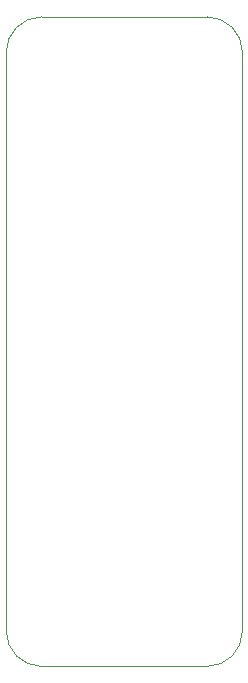
<source format=gbr>
%TF.GenerationSoftware,KiCad,Pcbnew,5.1.10*%
%TF.CreationDate,2022-02-27T11:21:51-05:00*%
%TF.ProjectId,synth,73796e74-682e-46b6-9963-61645f706362,rev?*%
%TF.SameCoordinates,Original*%
%TF.FileFunction,Profile,NP*%
%FSLAX46Y46*%
G04 Gerber Fmt 4.6, Leading zero omitted, Abs format (unit mm)*
G04 Created by KiCad (PCBNEW 5.1.10) date 2022-02-27 11:21:51*
%MOMM*%
%LPD*%
G01*
G04 APERTURE LIST*
%TA.AperFunction,Profile*%
%ADD10C,0.050000*%
%TD*%
G04 APERTURE END LIST*
D10*
X140000000Y-117000000D02*
G75*
G02*
X137000000Y-120000000I-3000000J0D01*
G01*
X123000000Y-120000000D02*
G75*
G02*
X120000000Y-117000000I0J3000000D01*
G01*
X120000000Y-68000000D02*
G75*
G02*
X123000000Y-65000000I3000000J0D01*
G01*
X137000000Y-65000000D02*
G75*
G02*
X140000000Y-68000000I0J-3000000D01*
G01*
X137000000Y-65000000D02*
X123000000Y-65000000D01*
X140000000Y-117000000D02*
X140000000Y-68000000D01*
X123000000Y-120000000D02*
X137000000Y-120000000D01*
X120000000Y-68000000D02*
X120000000Y-117000000D01*
M02*

</source>
